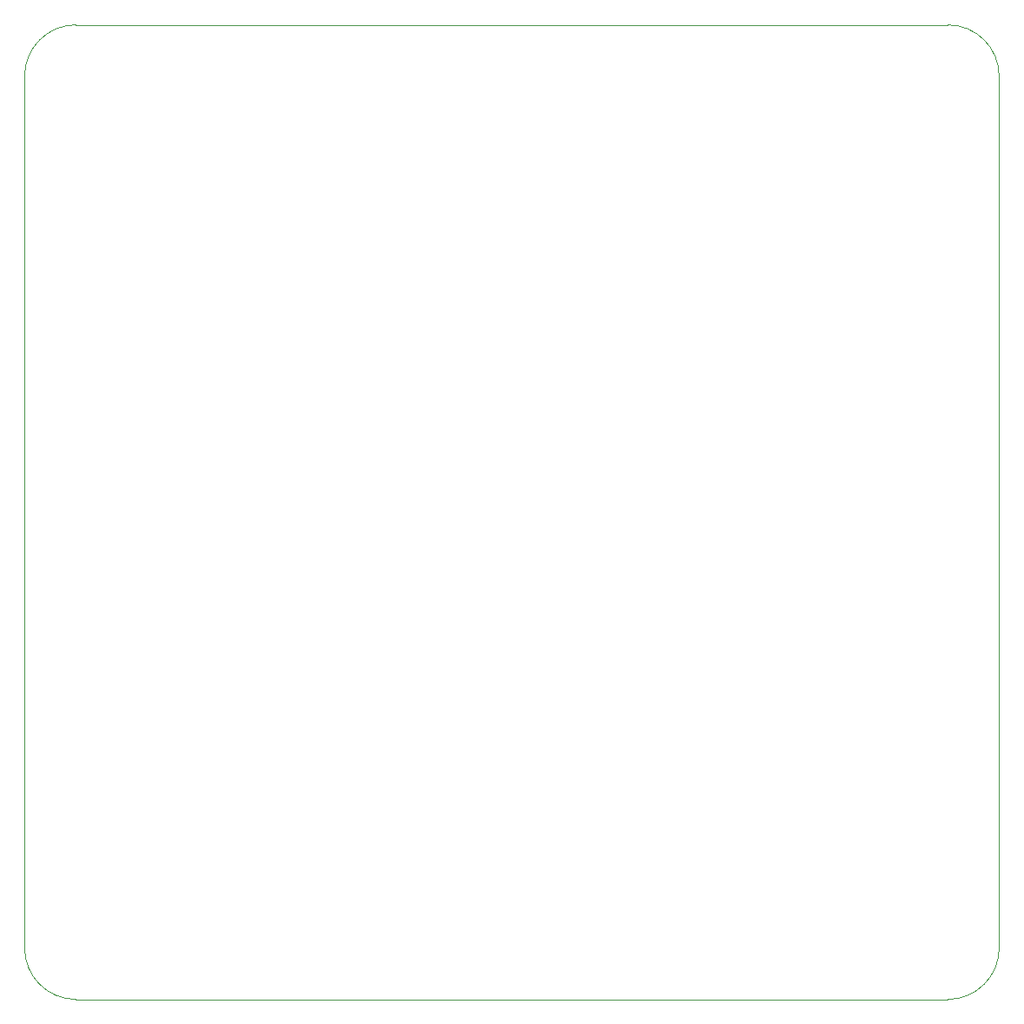
<source format=gbr>
G04 #@! TF.GenerationSoftware,KiCad,Pcbnew,5.1.2-f72e74a~84~ubuntu18.04.1*
G04 #@! TF.CreationDate,2019-06-06T15:51:32+08:00*
G04 #@! TF.ProjectId,stm32_aux_keyboard,73746d33-325f-4617-9578-5f6b6579626f,rev?*
G04 #@! TF.SameCoordinates,Original*
G04 #@! TF.FileFunction,Profile,NP*
%FSLAX46Y46*%
G04 Gerber Fmt 4.6, Leading zero omitted, Abs format (unit mm)*
G04 Created by KiCad (PCBNEW 5.1.2-f72e74a~84~ubuntu18.04.1) date 2019-06-06 15:51:32*
%MOMM*%
%LPD*%
G04 APERTURE LIST*
%ADD10C,0.050000*%
G04 APERTURE END LIST*
D10*
X115000000Y-110000000D02*
G75*
G02X110000000Y-115000000I-5000000J0D01*
G01*
X25000000Y-115000000D02*
G75*
G02X20000000Y-110000000I0J5000000D01*
G01*
X110000000Y-20000000D02*
G75*
G02X115000000Y-25000000I0J-5000000D01*
G01*
X20000000Y-25000000D02*
G75*
G02X25000000Y-20000000I5000000J0D01*
G01*
X110000000Y-20000000D02*
X25000000Y-20000000D01*
X115000000Y-110000000D02*
X115000000Y-25000000D01*
X25000000Y-115000000D02*
X110000000Y-115000000D01*
X20000000Y-25000000D02*
X20000000Y-110000000D01*
M02*

</source>
